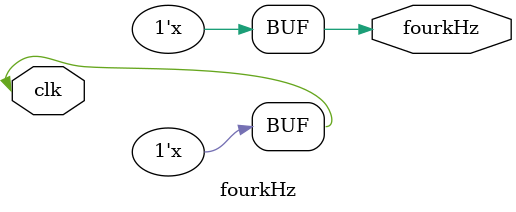
<source format=v>
`timescale 1us/1us

module fourkHz(
input clk,
output fourkHz
);
//reg clk;

initial begin
	clk=1'b0;
end

always begin
	#125 clk=~clk;
end

assign fourkHz=clk;

endmodule

	

</source>
